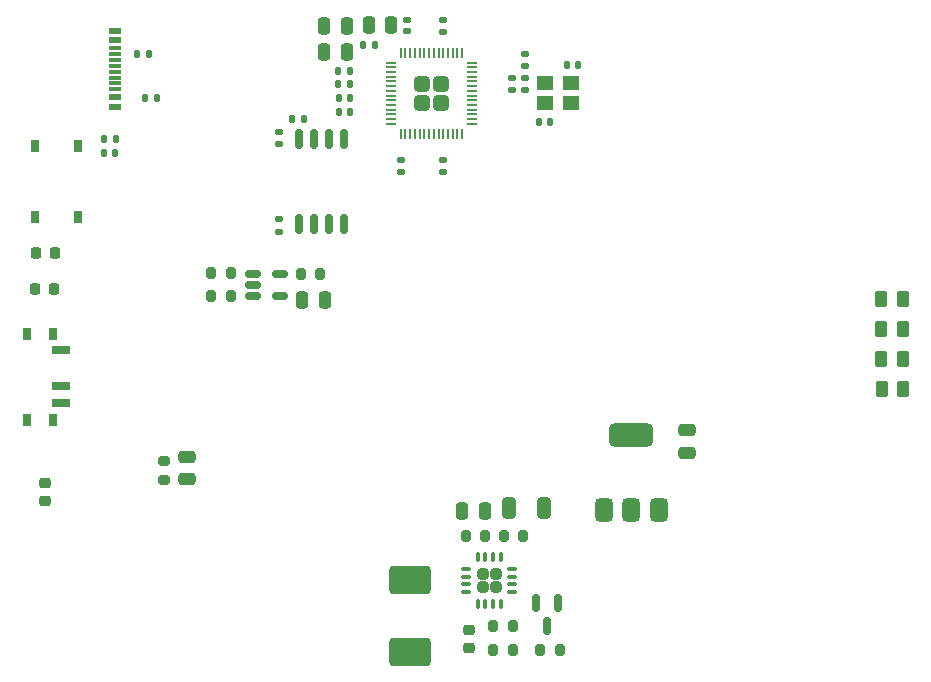
<source format=gtp>
G04 #@! TF.GenerationSoftware,KiCad,Pcbnew,9.0.0*
G04 #@! TF.CreationDate,2025-04-29T16:12:49+03:00*
G04 #@! TF.ProjectId,Embedded-Board,456d6265-6464-4656-942d-426f6172642e,rev?*
G04 #@! TF.SameCoordinates,Original*
G04 #@! TF.FileFunction,Paste,Top*
G04 #@! TF.FilePolarity,Positive*
%FSLAX46Y46*%
G04 Gerber Fmt 4.6, Leading zero omitted, Abs format (unit mm)*
G04 Created by KiCad (PCBNEW 9.0.0) date 2025-04-29 16:12:49*
%MOMM*%
%LPD*%
G01*
G04 APERTURE LIST*
G04 Aperture macros list*
%AMRoundRect*
0 Rectangle with rounded corners*
0 $1 Rounding radius*
0 $2 $3 $4 $5 $6 $7 $8 $9 X,Y pos of 4 corners*
0 Add a 4 corners polygon primitive as box body*
4,1,4,$2,$3,$4,$5,$6,$7,$8,$9,$2,$3,0*
0 Add four circle primitives for the rounded corners*
1,1,$1+$1,$2,$3*
1,1,$1+$1,$4,$5*
1,1,$1+$1,$6,$7*
1,1,$1+$1,$8,$9*
0 Add four rect primitives between the rounded corners*
20,1,$1+$1,$2,$3,$4,$5,0*
20,1,$1+$1,$4,$5,$6,$7,0*
20,1,$1+$1,$6,$7,$8,$9,0*
20,1,$1+$1,$8,$9,$2,$3,0*%
G04 Aperture macros list end*
%ADD10RoundRect,0.135000X-0.135000X-0.185000X0.135000X-0.185000X0.135000X0.185000X-0.135000X0.185000X0*%
%ADD11RoundRect,0.250000X-0.325000X-0.650000X0.325000X-0.650000X0.325000X0.650000X-0.325000X0.650000X0*%
%ADD12RoundRect,0.250000X0.250000X0.475000X-0.250000X0.475000X-0.250000X-0.475000X0.250000X-0.475000X0*%
%ADD13RoundRect,0.162500X0.162500X-0.650000X0.162500X0.650000X-0.162500X0.650000X-0.162500X-0.650000X0*%
%ADD14RoundRect,0.140000X-0.170000X0.140000X-0.170000X-0.140000X0.170000X-0.140000X0.170000X0.140000X0*%
%ADD15RoundRect,0.250000X-0.262500X-0.450000X0.262500X-0.450000X0.262500X0.450000X-0.262500X0.450000X0*%
%ADD16RoundRect,0.140000X-0.140000X-0.170000X0.140000X-0.170000X0.140000X0.170000X-0.140000X0.170000X0*%
%ADD17RoundRect,0.250000X1.500000X-0.925000X1.500000X0.925000X-1.500000X0.925000X-1.500000X-0.925000X0*%
%ADD18R,0.750000X1.000000*%
%ADD19RoundRect,0.135000X0.185000X-0.135000X0.185000X0.135000X-0.185000X0.135000X-0.185000X-0.135000X0*%
%ADD20RoundRect,0.140000X0.140000X0.170000X-0.140000X0.170000X-0.140000X-0.170000X0.140000X-0.170000X0*%
%ADD21RoundRect,0.218750X0.256250X-0.218750X0.256250X0.218750X-0.256250X0.218750X-0.256250X-0.218750X0*%
%ADD22RoundRect,0.250000X-0.475000X0.250000X-0.475000X-0.250000X0.475000X-0.250000X0.475000X0.250000X0*%
%ADD23RoundRect,0.200000X-0.200000X-0.275000X0.200000X-0.275000X0.200000X0.275000X-0.200000X0.275000X0*%
%ADD24RoundRect,0.135000X0.135000X0.185000X-0.135000X0.185000X-0.135000X-0.185000X0.135000X-0.185000X0*%
%ADD25RoundRect,0.225000X0.250000X-0.225000X0.250000X0.225000X-0.250000X0.225000X-0.250000X-0.225000X0*%
%ADD26R,1.400000X1.200000*%
%ADD27RoundRect,0.375000X0.375000X-0.625000X0.375000X0.625000X-0.375000X0.625000X-0.375000X-0.625000X0*%
%ADD28RoundRect,0.500000X1.400000X-0.500000X1.400000X0.500000X-1.400000X0.500000X-1.400000X-0.500000X0*%
%ADD29RoundRect,0.135000X-0.185000X0.135000X-0.185000X-0.135000X0.185000X-0.135000X0.185000X0.135000X0*%
%ADD30RoundRect,0.200000X-0.275000X0.200000X-0.275000X-0.200000X0.275000X-0.200000X0.275000X0.200000X0*%
%ADD31RoundRect,0.150000X-0.512500X-0.150000X0.512500X-0.150000X0.512500X0.150000X-0.512500X0.150000X0*%
%ADD32RoundRect,0.250000X-0.250000X-0.475000X0.250000X-0.475000X0.250000X0.475000X-0.250000X0.475000X0*%
%ADD33RoundRect,0.200000X0.200000X0.275000X-0.200000X0.275000X-0.200000X-0.275000X0.200000X-0.275000X0*%
%ADD34RoundRect,0.249999X0.395001X-0.395001X0.395001X0.395001X-0.395001X0.395001X-0.395001X-0.395001X0*%
%ADD35RoundRect,0.050000X0.050000X-0.387500X0.050000X0.387500X-0.050000X0.387500X-0.050000X-0.387500X0*%
%ADD36RoundRect,0.050000X0.387500X-0.050000X0.387500X0.050000X-0.387500X0.050000X-0.387500X-0.050000X0*%
%ADD37RoundRect,0.140000X0.170000X-0.140000X0.170000X0.140000X-0.170000X0.140000X-0.170000X-0.140000X0*%
%ADD38RoundRect,0.238649X-0.238648X-0.238648X0.238648X-0.238648X0.238648X0.238648X-0.238648X0.238648X0*%
%ADD39RoundRect,0.087500X-0.325000X-0.087500X0.325000X-0.087500X0.325000X0.087500X-0.325000X0.087500X0*%
%ADD40RoundRect,0.087500X-0.087500X-0.325000X0.087500X-0.325000X0.087500X0.325000X-0.087500X0.325000X0*%
%ADD41RoundRect,0.218750X-0.218750X-0.256250X0.218750X-0.256250X0.218750X0.256250X-0.218750X0.256250X0*%
%ADD42R,0.800000X1.000000*%
%ADD43R,1.500000X0.700000*%
%ADD44R,1.140000X0.600000*%
%ADD45R,1.140000X0.300000*%
%ADD46RoundRect,0.150000X-0.150000X0.587500X-0.150000X-0.587500X0.150000X-0.587500X0.150000X0.587500X0*%
G04 APERTURE END LIST*
D10*
X102415000Y-60275000D03*
X103435000Y-60275000D03*
D11*
X116900000Y-97300000D03*
X119850000Y-97300000D03*
D12*
X103125000Y-58625000D03*
X101225002Y-58625000D03*
D13*
X99060000Y-73237500D03*
X100330000Y-73237500D03*
X101600000Y-73237500D03*
X102870000Y-73237500D03*
X102870000Y-66062500D03*
X101600000Y-66062500D03*
X100330000Y-66062500D03*
X99060000Y-66062500D03*
D14*
X111300000Y-67820000D03*
X111300000Y-68780000D03*
X107700000Y-67825000D03*
X107700000Y-68785000D03*
D10*
X104540000Y-58050000D03*
X105560000Y-58050000D03*
D15*
X148375000Y-79600000D03*
X150200000Y-79600000D03*
D16*
X82570000Y-67200000D03*
X83530000Y-67200000D03*
D17*
X108500000Y-109450000D03*
X108500000Y-103400000D03*
D15*
X148387500Y-82100000D03*
X150212500Y-82100000D03*
X148387500Y-84650000D03*
X150212500Y-84650000D03*
D18*
X80400000Y-66650000D03*
X80400000Y-72650000D03*
X76700000Y-66650000D03*
X76700000Y-72650000D03*
D19*
X97365000Y-73859999D03*
X97365000Y-72840001D03*
D20*
X120330000Y-64550000D03*
X119370000Y-64550000D03*
D21*
X77550000Y-96687501D03*
X77550000Y-95112499D03*
D22*
X89600000Y-92950002D03*
X89600000Y-94849998D03*
D23*
X116425000Y-99650000D03*
X118075000Y-99650000D03*
D24*
X103434999Y-61400000D03*
X102415001Y-61400000D03*
D25*
X113500000Y-109125000D03*
X113500000Y-107575000D03*
D23*
X115525000Y-109300000D03*
X117175000Y-109300000D03*
D26*
X119950000Y-63000000D03*
X122150000Y-63000000D03*
X122150000Y-61300000D03*
X119950000Y-61300000D03*
D20*
X103425000Y-62550000D03*
X102465000Y-62550000D03*
D12*
X103124999Y-56450000D03*
X101225001Y-56450000D03*
D27*
X124925000Y-97425000D03*
X127225000Y-97424999D03*
D28*
X127225000Y-91125001D03*
D27*
X129525000Y-97425000D03*
D29*
X118200000Y-60840001D03*
X118200000Y-61859999D03*
D30*
X87650000Y-93275000D03*
X87650000Y-94925000D03*
D16*
X98515000Y-64350000D03*
X99475000Y-64350000D03*
D31*
X95187500Y-77450000D03*
X95187500Y-78400000D03*
X95187500Y-79350000D03*
X97462500Y-79350000D03*
X97462500Y-77450000D03*
D24*
X87059999Y-62550000D03*
X86040001Y-62550000D03*
D29*
X97390000Y-65465001D03*
X97390000Y-66484999D03*
D16*
X121770000Y-59725000D03*
X122730000Y-59725000D03*
D32*
X112900002Y-97499999D03*
X114799998Y-97500001D03*
D33*
X114875000Y-99650000D03*
X113225000Y-99650000D03*
D34*
X109500000Y-62950000D03*
X111100000Y-62950000D03*
X109500000Y-61350000D03*
X111100000Y-61350000D03*
D35*
X107700000Y-65587500D03*
X108100001Y-65587500D03*
X108500000Y-65587500D03*
X108900000Y-65587500D03*
X109300000Y-65587500D03*
X109699999Y-65587500D03*
X110100000Y-65587500D03*
X110500000Y-65587500D03*
X110900001Y-65587500D03*
X111300000Y-65587500D03*
X111700000Y-65587500D03*
X112100000Y-65587500D03*
X112499999Y-65587500D03*
X112900000Y-65587500D03*
D36*
X113737500Y-64750000D03*
X113737500Y-64349999D03*
X113737500Y-63950000D03*
X113737500Y-63550000D03*
X113737500Y-63150000D03*
X113737500Y-62750001D03*
X113737500Y-62350000D03*
X113737500Y-61950000D03*
X113737500Y-61549999D03*
X113737500Y-61150000D03*
X113737500Y-60750000D03*
X113737500Y-60350000D03*
X113737500Y-59950001D03*
X113737500Y-59550000D03*
D35*
X112900000Y-58712500D03*
X112499999Y-58712500D03*
X112100000Y-58712500D03*
X111700000Y-58712500D03*
X111300000Y-58712500D03*
X110900001Y-58712500D03*
X110500000Y-58712500D03*
X110100000Y-58712500D03*
X109699999Y-58712500D03*
X109300000Y-58712500D03*
X108900000Y-58712500D03*
X108500000Y-58712500D03*
X108100001Y-58712500D03*
X107700000Y-58712500D03*
D36*
X106862500Y-59550000D03*
X106862500Y-59950001D03*
X106862500Y-60350000D03*
X106862500Y-60750000D03*
X106862500Y-61150000D03*
X106862500Y-61549999D03*
X106862500Y-61950000D03*
X106862500Y-62350000D03*
X106862500Y-62750001D03*
X106862500Y-63150000D03*
X106862500Y-63550000D03*
X106862500Y-63950000D03*
X106862500Y-64349999D03*
X106862500Y-64750000D03*
D22*
X131975000Y-90675001D03*
X131975000Y-92574999D03*
D23*
X91650000Y-79300000D03*
X93300000Y-79300000D03*
D37*
X117125000Y-61855000D03*
X117125000Y-60895000D03*
D38*
X114650000Y-102850000D03*
X114650000Y-103950000D03*
X115750000Y-102850000D03*
X115750000Y-103950000D03*
D39*
X113237500Y-102425000D03*
X113237500Y-103075000D03*
X113237500Y-103725000D03*
X113237500Y-104375000D03*
D40*
X114225000Y-105362500D03*
X114875000Y-105362500D03*
X115525000Y-105362500D03*
X116175000Y-105362500D03*
D39*
X117162500Y-104375000D03*
X117162500Y-103725000D03*
X117162500Y-103075000D03*
X117162500Y-102425000D03*
D40*
X116175000Y-101437500D03*
X115525000Y-101437500D03*
X114875000Y-101437500D03*
X114225000Y-101437500D03*
D20*
X103430000Y-63700000D03*
X102470000Y-63700000D03*
D15*
X148437500Y-87200000D03*
X150262500Y-87200000D03*
D12*
X106899999Y-56400000D03*
X105000001Y-56400000D03*
D37*
X108200000Y-56880000D03*
X108200000Y-55920000D03*
D10*
X82540000Y-66000000D03*
X83560000Y-66000000D03*
D23*
X91650000Y-77400000D03*
X93300000Y-77400000D03*
D41*
X76762499Y-78750000D03*
X78337501Y-78750000D03*
X76812499Y-75700000D03*
X78387501Y-75700000D03*
D33*
X117175000Y-107300000D03*
X115525000Y-107300000D03*
D23*
X99250000Y-77450000D03*
X100900000Y-77450000D03*
D37*
X118200000Y-59830000D03*
X118200000Y-58870000D03*
D42*
X78250000Y-82500000D03*
X76050000Y-82500000D03*
X78250000Y-89800000D03*
X76050000Y-89800000D03*
D43*
X78900000Y-83900000D03*
X78900000Y-86900000D03*
X78900000Y-88400000D03*
D33*
X121150000Y-109250000D03*
X119500000Y-109250000D03*
D10*
X85340001Y-58850000D03*
X86359999Y-58850000D03*
D44*
X83540000Y-56875000D03*
X83540000Y-57675000D03*
D45*
X83540000Y-58825001D03*
X83540000Y-59825000D03*
X83540000Y-60325000D03*
X83540000Y-61324999D03*
D44*
X83540000Y-63275000D03*
X83540000Y-62475000D03*
D45*
X83540000Y-61825000D03*
X83540000Y-60825000D03*
X83540000Y-59325000D03*
X83540000Y-58325000D03*
D32*
X99350000Y-79650000D03*
X101250000Y-79650000D03*
D46*
X121050000Y-105350000D03*
X119150000Y-105350000D03*
X120100000Y-107225001D03*
D37*
X111300000Y-56930000D03*
X111300000Y-55970000D03*
M02*

</source>
